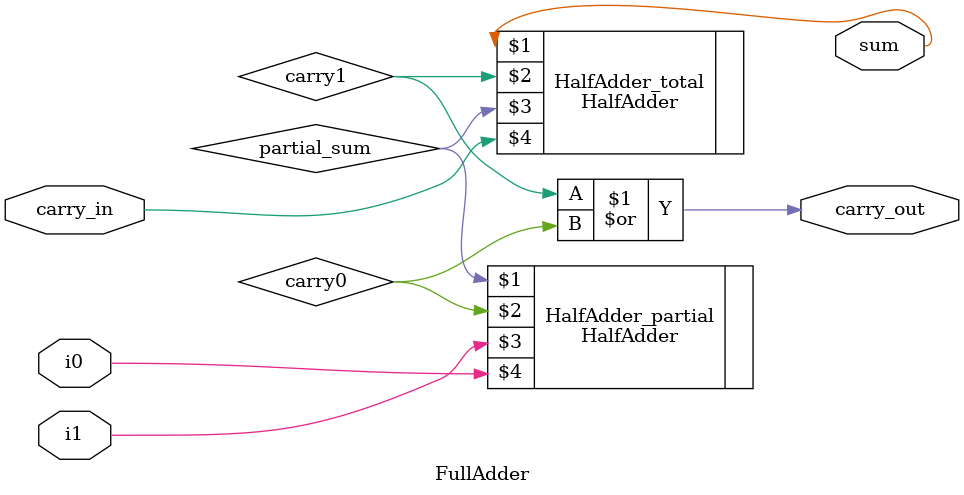
<source format=v>
`include "./HalfAdder.v"
module FullAdder(output sum, output carry_out, input carry_in, input i1, input i0);
wire partial_sum;
wire carry0;
wire carry1;
HalfAdder HalfAdder_partial(partial_sum,carry0,i1,i0);
HalfAdder HalfAdder_total(sum,carry1,partial_sum,carry_in);
or(carry_out,carry1,carry0);
endmodule

</source>
